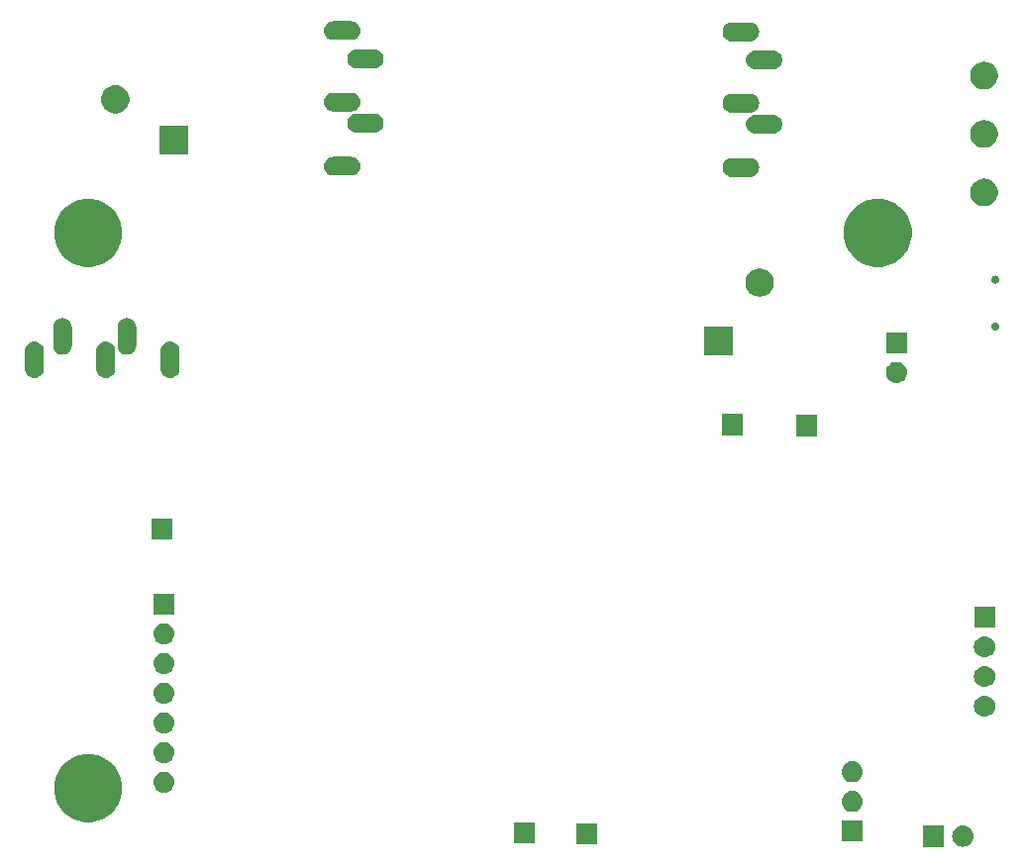
<source format=gbr>
G04 #@! TF.GenerationSoftware,KiCad,Pcbnew,(5.1.4)-1*
G04 #@! TF.CreationDate,2020-01-01T19:34:11-05:00*
G04 #@! TF.ProjectId,Board,426f6172-642e-46b6-9963-61645f706362,rev?*
G04 #@! TF.SameCoordinates,Original*
G04 #@! TF.FileFunction,Soldermask,Bot*
G04 #@! TF.FilePolarity,Negative*
%FSLAX46Y46*%
G04 Gerber Fmt 4.6, Leading zero omitted, Abs format (unit mm)*
G04 Created by KiCad (PCBNEW (5.1.4)-1) date 2020-01-01 19:34:11*
%MOMM*%
%LPD*%
G04 APERTURE LIST*
%ADD10C,0.100000*%
G04 APERTURE END LIST*
D10*
G36*
X142380442Y-140715518D02*
G01*
X142446627Y-140722037D01*
X142616466Y-140773557D01*
X142772991Y-140857222D01*
X142808729Y-140886552D01*
X142910186Y-140969814D01*
X142993448Y-141071271D01*
X143022778Y-141107009D01*
X143106443Y-141263534D01*
X143157963Y-141433373D01*
X143175359Y-141610000D01*
X143157963Y-141786627D01*
X143106443Y-141956466D01*
X143022778Y-142112991D01*
X142993448Y-142148729D01*
X142910186Y-142250186D01*
X142808729Y-142333448D01*
X142772991Y-142362778D01*
X142616466Y-142446443D01*
X142446627Y-142497963D01*
X142380442Y-142504482D01*
X142314260Y-142511000D01*
X142225740Y-142511000D01*
X142159558Y-142504482D01*
X142093373Y-142497963D01*
X141923534Y-142446443D01*
X141767009Y-142362778D01*
X141731271Y-142333448D01*
X141629814Y-142250186D01*
X141546552Y-142148729D01*
X141517222Y-142112991D01*
X141433557Y-141956466D01*
X141382037Y-141786627D01*
X141364641Y-141610000D01*
X141382037Y-141433373D01*
X141433557Y-141263534D01*
X141517222Y-141107009D01*
X141546552Y-141071271D01*
X141629814Y-140969814D01*
X141731271Y-140886552D01*
X141767009Y-140857222D01*
X141923534Y-140773557D01*
X142093373Y-140722037D01*
X142159558Y-140715518D01*
X142225740Y-140709000D01*
X142314260Y-140709000D01*
X142380442Y-140715518D01*
X142380442Y-140715518D01*
G37*
G36*
X140631000Y-142511000D02*
G01*
X138829000Y-142511000D01*
X138829000Y-140709000D01*
X140631000Y-140709000D01*
X140631000Y-142511000D01*
X140631000Y-142511000D01*
G37*
G36*
X111031000Y-142291000D02*
G01*
X109229000Y-142291000D01*
X109229000Y-140489000D01*
X111031000Y-140489000D01*
X111031000Y-142291000D01*
X111031000Y-142291000D01*
G37*
G36*
X105701000Y-142251000D02*
G01*
X103899000Y-142251000D01*
X103899000Y-140449000D01*
X105701000Y-140449000D01*
X105701000Y-142251000D01*
X105701000Y-142251000D01*
G37*
G36*
X133721000Y-142081000D02*
G01*
X131919000Y-142081000D01*
X131919000Y-140279000D01*
X133721000Y-140279000D01*
X133721000Y-142081000D01*
X133721000Y-142081000D01*
G37*
G36*
X68346189Y-134710483D02*
G01*
X68346192Y-134710484D01*
X68346191Y-134710484D01*
X68874139Y-134929167D01*
X69349280Y-135246646D01*
X69753354Y-135650720D01*
X70053553Y-136100000D01*
X70070834Y-136125863D01*
X70289517Y-136653811D01*
X70401000Y-137214275D01*
X70401000Y-137785725D01*
X70289517Y-138346189D01*
X70094656Y-138816625D01*
X70070833Y-138874139D01*
X69753354Y-139349280D01*
X69349280Y-139753354D01*
X68874139Y-140070833D01*
X68874138Y-140070834D01*
X68874137Y-140070834D01*
X68346189Y-140289517D01*
X67785725Y-140401000D01*
X67214275Y-140401000D01*
X66653811Y-140289517D01*
X66125863Y-140070834D01*
X66125862Y-140070834D01*
X66125861Y-140070833D01*
X65650720Y-139753354D01*
X65246646Y-139349280D01*
X64929167Y-138874139D01*
X64905344Y-138816625D01*
X64710483Y-138346189D01*
X64599000Y-137785725D01*
X64599000Y-137214275D01*
X64710483Y-136653811D01*
X64929166Y-136125863D01*
X64946447Y-136100000D01*
X65246646Y-135650720D01*
X65650720Y-135246646D01*
X66125861Y-134929167D01*
X66653809Y-134710484D01*
X66653808Y-134710484D01*
X66653811Y-134710483D01*
X67214275Y-134599000D01*
X67785725Y-134599000D01*
X68346189Y-134710483D01*
X68346189Y-134710483D01*
G37*
G36*
X132930442Y-137745518D02*
G01*
X132996627Y-137752037D01*
X133166466Y-137803557D01*
X133322991Y-137887222D01*
X133358729Y-137916552D01*
X133460186Y-137999814D01*
X133543448Y-138101271D01*
X133572778Y-138137009D01*
X133656443Y-138293534D01*
X133707963Y-138463373D01*
X133725359Y-138640000D01*
X133707963Y-138816627D01*
X133656443Y-138986466D01*
X133572778Y-139142991D01*
X133543448Y-139178729D01*
X133460186Y-139280186D01*
X133375993Y-139349280D01*
X133322991Y-139392778D01*
X133166466Y-139476443D01*
X132996627Y-139527963D01*
X132930443Y-139534481D01*
X132864260Y-139541000D01*
X132775740Y-139541000D01*
X132709557Y-139534481D01*
X132643373Y-139527963D01*
X132473534Y-139476443D01*
X132317009Y-139392778D01*
X132264007Y-139349280D01*
X132179814Y-139280186D01*
X132096552Y-139178729D01*
X132067222Y-139142991D01*
X131983557Y-138986466D01*
X131932037Y-138816627D01*
X131914641Y-138640000D01*
X131932037Y-138463373D01*
X131983557Y-138293534D01*
X132067222Y-138137009D01*
X132096552Y-138101271D01*
X132179814Y-137999814D01*
X132281271Y-137916552D01*
X132317009Y-137887222D01*
X132473534Y-137803557D01*
X132643373Y-137752037D01*
X132709558Y-137745518D01*
X132775740Y-137739000D01*
X132864260Y-137739000D01*
X132930442Y-137745518D01*
X132930442Y-137745518D01*
G37*
G36*
X74080443Y-136085519D02*
G01*
X74146627Y-136092037D01*
X74316466Y-136143557D01*
X74472991Y-136227222D01*
X74508729Y-136256552D01*
X74610186Y-136339814D01*
X74693448Y-136441271D01*
X74722778Y-136477009D01*
X74806443Y-136633534D01*
X74857963Y-136803373D01*
X74875359Y-136980000D01*
X74857963Y-137156627D01*
X74806443Y-137326466D01*
X74722778Y-137482991D01*
X74693448Y-137518729D01*
X74610186Y-137620186D01*
X74508729Y-137703448D01*
X74472991Y-137732778D01*
X74316466Y-137816443D01*
X74146627Y-137867963D01*
X74080443Y-137874481D01*
X74014260Y-137881000D01*
X73925740Y-137881000D01*
X73859557Y-137874481D01*
X73793373Y-137867963D01*
X73623534Y-137816443D01*
X73467009Y-137732778D01*
X73431271Y-137703448D01*
X73329814Y-137620186D01*
X73246552Y-137518729D01*
X73217222Y-137482991D01*
X73133557Y-137326466D01*
X73082037Y-137156627D01*
X73064641Y-136980000D01*
X73082037Y-136803373D01*
X73133557Y-136633534D01*
X73217222Y-136477009D01*
X73246552Y-136441271D01*
X73329814Y-136339814D01*
X73431271Y-136256552D01*
X73467009Y-136227222D01*
X73623534Y-136143557D01*
X73793373Y-136092037D01*
X73859557Y-136085519D01*
X73925740Y-136079000D01*
X74014260Y-136079000D01*
X74080443Y-136085519D01*
X74080443Y-136085519D01*
G37*
G36*
X132930442Y-135205518D02*
G01*
X132996627Y-135212037D01*
X133166466Y-135263557D01*
X133322991Y-135347222D01*
X133358729Y-135376552D01*
X133460186Y-135459814D01*
X133543448Y-135561271D01*
X133572778Y-135597009D01*
X133656443Y-135753534D01*
X133707963Y-135923373D01*
X133725359Y-136100000D01*
X133707963Y-136276627D01*
X133656443Y-136446466D01*
X133572778Y-136602991D01*
X133547713Y-136633532D01*
X133460186Y-136740186D01*
X133358729Y-136823448D01*
X133322991Y-136852778D01*
X133166466Y-136936443D01*
X132996627Y-136987963D01*
X132930443Y-136994481D01*
X132864260Y-137001000D01*
X132775740Y-137001000D01*
X132709557Y-136994481D01*
X132643373Y-136987963D01*
X132473534Y-136936443D01*
X132317009Y-136852778D01*
X132281271Y-136823448D01*
X132179814Y-136740186D01*
X132092287Y-136633532D01*
X132067222Y-136602991D01*
X131983557Y-136446466D01*
X131932037Y-136276627D01*
X131914641Y-136100000D01*
X131932037Y-135923373D01*
X131983557Y-135753534D01*
X132067222Y-135597009D01*
X132096552Y-135561271D01*
X132179814Y-135459814D01*
X132281271Y-135376552D01*
X132317009Y-135347222D01*
X132473534Y-135263557D01*
X132643373Y-135212037D01*
X132709558Y-135205518D01*
X132775740Y-135199000D01*
X132864260Y-135199000D01*
X132930442Y-135205518D01*
X132930442Y-135205518D01*
G37*
G36*
X74080442Y-133545518D02*
G01*
X74146627Y-133552037D01*
X74316466Y-133603557D01*
X74472991Y-133687222D01*
X74508729Y-133716552D01*
X74610186Y-133799814D01*
X74693448Y-133901271D01*
X74722778Y-133937009D01*
X74806443Y-134093534D01*
X74857963Y-134263373D01*
X74875359Y-134440000D01*
X74857963Y-134616627D01*
X74806443Y-134786466D01*
X74722778Y-134942991D01*
X74693448Y-134978729D01*
X74610186Y-135080186D01*
X74508729Y-135163448D01*
X74472991Y-135192778D01*
X74316466Y-135276443D01*
X74146627Y-135327963D01*
X74080443Y-135334481D01*
X74014260Y-135341000D01*
X73925740Y-135341000D01*
X73859557Y-135334481D01*
X73793373Y-135327963D01*
X73623534Y-135276443D01*
X73467009Y-135192778D01*
X73431271Y-135163448D01*
X73329814Y-135080186D01*
X73246552Y-134978729D01*
X73217222Y-134942991D01*
X73133557Y-134786466D01*
X73082037Y-134616627D01*
X73064641Y-134440000D01*
X73082037Y-134263373D01*
X73133557Y-134093534D01*
X73217222Y-133937009D01*
X73246552Y-133901271D01*
X73329814Y-133799814D01*
X73431271Y-133716552D01*
X73467009Y-133687222D01*
X73623534Y-133603557D01*
X73793373Y-133552037D01*
X73859558Y-133545518D01*
X73925740Y-133539000D01*
X74014260Y-133539000D01*
X74080442Y-133545518D01*
X74080442Y-133545518D01*
G37*
G36*
X74080442Y-131005518D02*
G01*
X74146627Y-131012037D01*
X74316466Y-131063557D01*
X74472991Y-131147222D01*
X74508729Y-131176552D01*
X74610186Y-131259814D01*
X74693448Y-131361271D01*
X74722778Y-131397009D01*
X74806443Y-131553534D01*
X74857963Y-131723373D01*
X74875359Y-131900000D01*
X74857963Y-132076627D01*
X74806443Y-132246466D01*
X74722778Y-132402991D01*
X74693448Y-132438729D01*
X74610186Y-132540186D01*
X74508729Y-132623448D01*
X74472991Y-132652778D01*
X74316466Y-132736443D01*
X74146627Y-132787963D01*
X74080442Y-132794482D01*
X74014260Y-132801000D01*
X73925740Y-132801000D01*
X73859558Y-132794482D01*
X73793373Y-132787963D01*
X73623534Y-132736443D01*
X73467009Y-132652778D01*
X73431271Y-132623448D01*
X73329814Y-132540186D01*
X73246552Y-132438729D01*
X73217222Y-132402991D01*
X73133557Y-132246466D01*
X73082037Y-132076627D01*
X73064641Y-131900000D01*
X73082037Y-131723373D01*
X73133557Y-131553534D01*
X73217222Y-131397009D01*
X73246552Y-131361271D01*
X73329814Y-131259814D01*
X73431271Y-131176552D01*
X73467009Y-131147222D01*
X73623534Y-131063557D01*
X73793373Y-131012037D01*
X73859558Y-131005518D01*
X73925740Y-130999000D01*
X74014260Y-130999000D01*
X74080442Y-131005518D01*
X74080442Y-131005518D01*
G37*
G36*
X144240442Y-129585518D02*
G01*
X144306627Y-129592037D01*
X144476466Y-129643557D01*
X144632991Y-129727222D01*
X144668729Y-129756552D01*
X144770186Y-129839814D01*
X144853448Y-129941271D01*
X144882778Y-129977009D01*
X144966443Y-130133534D01*
X145017963Y-130303373D01*
X145035359Y-130480000D01*
X145017963Y-130656627D01*
X144966443Y-130826466D01*
X144882778Y-130982991D01*
X144858940Y-131012037D01*
X144770186Y-131120186D01*
X144668729Y-131203448D01*
X144632991Y-131232778D01*
X144476466Y-131316443D01*
X144306627Y-131367963D01*
X144240442Y-131374482D01*
X144174260Y-131381000D01*
X144085740Y-131381000D01*
X144019558Y-131374482D01*
X143953373Y-131367963D01*
X143783534Y-131316443D01*
X143627009Y-131232778D01*
X143591271Y-131203448D01*
X143489814Y-131120186D01*
X143401060Y-131012037D01*
X143377222Y-130982991D01*
X143293557Y-130826466D01*
X143242037Y-130656627D01*
X143224641Y-130480000D01*
X143242037Y-130303373D01*
X143293557Y-130133534D01*
X143377222Y-129977009D01*
X143406552Y-129941271D01*
X143489814Y-129839814D01*
X143591271Y-129756552D01*
X143627009Y-129727222D01*
X143783534Y-129643557D01*
X143953373Y-129592037D01*
X144019558Y-129585518D01*
X144085740Y-129579000D01*
X144174260Y-129579000D01*
X144240442Y-129585518D01*
X144240442Y-129585518D01*
G37*
G36*
X74080443Y-128465519D02*
G01*
X74146627Y-128472037D01*
X74316466Y-128523557D01*
X74472991Y-128607222D01*
X74508729Y-128636552D01*
X74610186Y-128719814D01*
X74693448Y-128821271D01*
X74722778Y-128857009D01*
X74806443Y-129013534D01*
X74857963Y-129183373D01*
X74875359Y-129360000D01*
X74857963Y-129536627D01*
X74806443Y-129706466D01*
X74722778Y-129862991D01*
X74693448Y-129898729D01*
X74610186Y-130000186D01*
X74508729Y-130083448D01*
X74472991Y-130112778D01*
X74316466Y-130196443D01*
X74146627Y-130247963D01*
X74080442Y-130254482D01*
X74014260Y-130261000D01*
X73925740Y-130261000D01*
X73859558Y-130254482D01*
X73793373Y-130247963D01*
X73623534Y-130196443D01*
X73467009Y-130112778D01*
X73431271Y-130083448D01*
X73329814Y-130000186D01*
X73246552Y-129898729D01*
X73217222Y-129862991D01*
X73133557Y-129706466D01*
X73082037Y-129536627D01*
X73064641Y-129360000D01*
X73082037Y-129183373D01*
X73133557Y-129013534D01*
X73217222Y-128857009D01*
X73246552Y-128821271D01*
X73329814Y-128719814D01*
X73431271Y-128636552D01*
X73467009Y-128607222D01*
X73623534Y-128523557D01*
X73793373Y-128472037D01*
X73859557Y-128465519D01*
X73925740Y-128459000D01*
X74014260Y-128459000D01*
X74080443Y-128465519D01*
X74080443Y-128465519D01*
G37*
G36*
X144240443Y-127045519D02*
G01*
X144306627Y-127052037D01*
X144476466Y-127103557D01*
X144632991Y-127187222D01*
X144668729Y-127216552D01*
X144770186Y-127299814D01*
X144853448Y-127401271D01*
X144882778Y-127437009D01*
X144966443Y-127593534D01*
X145017963Y-127763373D01*
X145035359Y-127940000D01*
X145017963Y-128116627D01*
X144966443Y-128286466D01*
X144882778Y-128442991D01*
X144858940Y-128472037D01*
X144770186Y-128580186D01*
X144668729Y-128663448D01*
X144632991Y-128692778D01*
X144476466Y-128776443D01*
X144306627Y-128827963D01*
X144240442Y-128834482D01*
X144174260Y-128841000D01*
X144085740Y-128841000D01*
X144019558Y-128834482D01*
X143953373Y-128827963D01*
X143783534Y-128776443D01*
X143627009Y-128692778D01*
X143591271Y-128663448D01*
X143489814Y-128580186D01*
X143401060Y-128472037D01*
X143377222Y-128442991D01*
X143293557Y-128286466D01*
X143242037Y-128116627D01*
X143224641Y-127940000D01*
X143242037Y-127763373D01*
X143293557Y-127593534D01*
X143377222Y-127437009D01*
X143406552Y-127401271D01*
X143489814Y-127299814D01*
X143591271Y-127216552D01*
X143627009Y-127187222D01*
X143783534Y-127103557D01*
X143953373Y-127052037D01*
X144019557Y-127045519D01*
X144085740Y-127039000D01*
X144174260Y-127039000D01*
X144240443Y-127045519D01*
X144240443Y-127045519D01*
G37*
G36*
X74080443Y-125925519D02*
G01*
X74146627Y-125932037D01*
X74316466Y-125983557D01*
X74472991Y-126067222D01*
X74508729Y-126096552D01*
X74610186Y-126179814D01*
X74693448Y-126281271D01*
X74722778Y-126317009D01*
X74806443Y-126473534D01*
X74857963Y-126643373D01*
X74875359Y-126820000D01*
X74857963Y-126996627D01*
X74806443Y-127166466D01*
X74722778Y-127322991D01*
X74693448Y-127358729D01*
X74610186Y-127460186D01*
X74508729Y-127543448D01*
X74472991Y-127572778D01*
X74316466Y-127656443D01*
X74146627Y-127707963D01*
X74080443Y-127714481D01*
X74014260Y-127721000D01*
X73925740Y-127721000D01*
X73859557Y-127714481D01*
X73793373Y-127707963D01*
X73623534Y-127656443D01*
X73467009Y-127572778D01*
X73431271Y-127543448D01*
X73329814Y-127460186D01*
X73246552Y-127358729D01*
X73217222Y-127322991D01*
X73133557Y-127166466D01*
X73082037Y-126996627D01*
X73064641Y-126820000D01*
X73082037Y-126643373D01*
X73133557Y-126473534D01*
X73217222Y-126317009D01*
X73246552Y-126281271D01*
X73329814Y-126179814D01*
X73431271Y-126096552D01*
X73467009Y-126067222D01*
X73623534Y-125983557D01*
X73793373Y-125932037D01*
X73859557Y-125925519D01*
X73925740Y-125919000D01*
X74014260Y-125919000D01*
X74080443Y-125925519D01*
X74080443Y-125925519D01*
G37*
G36*
X144240443Y-124505519D02*
G01*
X144306627Y-124512037D01*
X144476466Y-124563557D01*
X144632991Y-124647222D01*
X144668729Y-124676552D01*
X144770186Y-124759814D01*
X144853448Y-124861271D01*
X144882778Y-124897009D01*
X144966443Y-125053534D01*
X145017963Y-125223373D01*
X145035359Y-125400000D01*
X145017963Y-125576627D01*
X144966443Y-125746466D01*
X144882778Y-125902991D01*
X144858940Y-125932037D01*
X144770186Y-126040186D01*
X144668729Y-126123448D01*
X144632991Y-126152778D01*
X144476466Y-126236443D01*
X144306627Y-126287963D01*
X144240443Y-126294481D01*
X144174260Y-126301000D01*
X144085740Y-126301000D01*
X144019557Y-126294481D01*
X143953373Y-126287963D01*
X143783534Y-126236443D01*
X143627009Y-126152778D01*
X143591271Y-126123448D01*
X143489814Y-126040186D01*
X143401060Y-125932037D01*
X143377222Y-125902991D01*
X143293557Y-125746466D01*
X143242037Y-125576627D01*
X143224641Y-125400000D01*
X143242037Y-125223373D01*
X143293557Y-125053534D01*
X143377222Y-124897009D01*
X143406552Y-124861271D01*
X143489814Y-124759814D01*
X143591271Y-124676552D01*
X143627009Y-124647222D01*
X143783534Y-124563557D01*
X143953373Y-124512037D01*
X144019557Y-124505519D01*
X144085740Y-124499000D01*
X144174260Y-124499000D01*
X144240443Y-124505519D01*
X144240443Y-124505519D01*
G37*
G36*
X74080442Y-123385518D02*
G01*
X74146627Y-123392037D01*
X74316466Y-123443557D01*
X74472991Y-123527222D01*
X74508729Y-123556552D01*
X74610186Y-123639814D01*
X74693448Y-123741271D01*
X74722778Y-123777009D01*
X74806443Y-123933534D01*
X74857963Y-124103373D01*
X74875359Y-124280000D01*
X74857963Y-124456627D01*
X74806443Y-124626466D01*
X74722778Y-124782991D01*
X74693448Y-124818729D01*
X74610186Y-124920186D01*
X74508729Y-125003448D01*
X74472991Y-125032778D01*
X74316466Y-125116443D01*
X74146627Y-125167963D01*
X74080443Y-125174481D01*
X74014260Y-125181000D01*
X73925740Y-125181000D01*
X73859557Y-125174481D01*
X73793373Y-125167963D01*
X73623534Y-125116443D01*
X73467009Y-125032778D01*
X73431271Y-125003448D01*
X73329814Y-124920186D01*
X73246552Y-124818729D01*
X73217222Y-124782991D01*
X73133557Y-124626466D01*
X73082037Y-124456627D01*
X73064641Y-124280000D01*
X73082037Y-124103373D01*
X73133557Y-123933534D01*
X73217222Y-123777009D01*
X73246552Y-123741271D01*
X73329814Y-123639814D01*
X73431271Y-123556552D01*
X73467009Y-123527222D01*
X73623534Y-123443557D01*
X73793373Y-123392037D01*
X73859558Y-123385518D01*
X73925740Y-123379000D01*
X74014260Y-123379000D01*
X74080442Y-123385518D01*
X74080442Y-123385518D01*
G37*
G36*
X145031000Y-123761000D02*
G01*
X143229000Y-123761000D01*
X143229000Y-121959000D01*
X145031000Y-121959000D01*
X145031000Y-123761000D01*
X145031000Y-123761000D01*
G37*
G36*
X74871000Y-122641000D02*
G01*
X73069000Y-122641000D01*
X73069000Y-120839000D01*
X74871000Y-120839000D01*
X74871000Y-122641000D01*
X74871000Y-122641000D01*
G37*
G36*
X74731000Y-116251000D02*
G01*
X72929000Y-116251000D01*
X72929000Y-114449000D01*
X74731000Y-114449000D01*
X74731000Y-116251000D01*
X74731000Y-116251000D01*
G37*
G36*
X129831000Y-107381000D02*
G01*
X128029000Y-107381000D01*
X128029000Y-105579000D01*
X129831000Y-105579000D01*
X129831000Y-107381000D01*
X129831000Y-107381000D01*
G37*
G36*
X123501000Y-107301000D02*
G01*
X121699000Y-107301000D01*
X121699000Y-105499000D01*
X123501000Y-105499000D01*
X123501000Y-107301000D01*
X123501000Y-107301000D01*
G37*
G36*
X136710443Y-101045519D02*
G01*
X136776627Y-101052037D01*
X136946466Y-101103557D01*
X137102991Y-101187222D01*
X137138729Y-101216552D01*
X137240186Y-101299814D01*
X137323448Y-101401271D01*
X137352778Y-101437009D01*
X137436443Y-101593534D01*
X137487963Y-101763373D01*
X137505359Y-101940000D01*
X137487963Y-102116627D01*
X137436443Y-102286466D01*
X137352778Y-102442991D01*
X137323448Y-102478729D01*
X137240186Y-102580186D01*
X137138729Y-102663448D01*
X137102991Y-102692778D01*
X136946466Y-102776443D01*
X136776627Y-102827963D01*
X136710442Y-102834482D01*
X136644260Y-102841000D01*
X136555740Y-102841000D01*
X136489557Y-102834481D01*
X136423373Y-102827963D01*
X136253534Y-102776443D01*
X136097009Y-102692778D01*
X136061271Y-102663448D01*
X135959814Y-102580186D01*
X135876552Y-102478729D01*
X135847222Y-102442991D01*
X135763557Y-102286466D01*
X135712037Y-102116627D01*
X135694641Y-101940000D01*
X135712037Y-101763373D01*
X135763557Y-101593534D01*
X135847222Y-101437009D01*
X135876552Y-101401271D01*
X135959814Y-101299814D01*
X136061271Y-101216552D01*
X136097009Y-101187222D01*
X136253534Y-101103557D01*
X136423373Y-101052037D01*
X136489557Y-101045519D01*
X136555740Y-101039000D01*
X136644260Y-101039000D01*
X136710443Y-101045519D01*
X136710443Y-101045519D01*
G37*
G36*
X74657807Y-99302648D02*
G01*
X74809550Y-99348678D01*
X74949397Y-99423428D01*
X75071975Y-99524025D01*
X75172572Y-99646602D01*
X75247322Y-99786449D01*
X75293352Y-99938192D01*
X75305000Y-100056454D01*
X75305000Y-101643546D01*
X75293352Y-101761808D01*
X75247322Y-101913551D01*
X75172572Y-102053398D01*
X75071975Y-102175975D01*
X74949398Y-102276572D01*
X74809551Y-102351322D01*
X74657808Y-102397352D01*
X74500000Y-102412895D01*
X74342193Y-102397352D01*
X74190450Y-102351322D01*
X74050603Y-102276572D01*
X73928026Y-102175975D01*
X73827429Y-102053398D01*
X73752679Y-101913551D01*
X73706649Y-101761808D01*
X73695001Y-101643546D01*
X73695000Y-100056455D01*
X73706648Y-99938193D01*
X73752678Y-99786450D01*
X73827428Y-99646603D01*
X73928025Y-99524025D01*
X74050602Y-99423428D01*
X74190449Y-99348678D01*
X74342192Y-99302648D01*
X74500000Y-99287105D01*
X74657807Y-99302648D01*
X74657807Y-99302648D01*
G37*
G36*
X63057807Y-99302648D02*
G01*
X63209550Y-99348678D01*
X63349397Y-99423428D01*
X63471975Y-99524025D01*
X63572572Y-99646602D01*
X63647322Y-99786449D01*
X63693352Y-99938192D01*
X63705000Y-100056454D01*
X63705000Y-101643546D01*
X63693352Y-101761808D01*
X63647322Y-101913551D01*
X63572572Y-102053398D01*
X63471975Y-102175975D01*
X63349398Y-102276572D01*
X63209551Y-102351322D01*
X63057808Y-102397352D01*
X62900000Y-102412895D01*
X62742193Y-102397352D01*
X62590450Y-102351322D01*
X62450603Y-102276572D01*
X62328026Y-102175975D01*
X62227429Y-102053398D01*
X62152679Y-101913551D01*
X62106649Y-101761808D01*
X62095001Y-101643546D01*
X62095000Y-100056455D01*
X62106648Y-99938193D01*
X62152678Y-99786450D01*
X62227428Y-99646603D01*
X62328025Y-99524025D01*
X62450602Y-99423428D01*
X62590449Y-99348678D01*
X62742192Y-99302648D01*
X62900000Y-99287105D01*
X63057807Y-99302648D01*
X63057807Y-99302648D01*
G37*
G36*
X69157807Y-99302648D02*
G01*
X69309550Y-99348678D01*
X69449397Y-99423428D01*
X69571975Y-99524025D01*
X69672572Y-99646602D01*
X69747322Y-99786449D01*
X69793352Y-99938192D01*
X69805000Y-100056454D01*
X69805000Y-101643546D01*
X69793352Y-101761808D01*
X69747322Y-101913551D01*
X69672572Y-102053398D01*
X69571975Y-102175975D01*
X69449398Y-102276572D01*
X69309551Y-102351322D01*
X69157808Y-102397352D01*
X69000000Y-102412895D01*
X68842193Y-102397352D01*
X68690450Y-102351322D01*
X68550603Y-102276572D01*
X68428026Y-102175975D01*
X68327429Y-102053398D01*
X68252679Y-101913551D01*
X68206649Y-101761808D01*
X68195001Y-101643546D01*
X68195000Y-100056455D01*
X68206648Y-99938193D01*
X68252678Y-99786450D01*
X68327428Y-99646603D01*
X68428025Y-99524025D01*
X68550602Y-99423428D01*
X68690449Y-99348678D01*
X68842192Y-99302648D01*
X69000000Y-99287105D01*
X69157807Y-99302648D01*
X69157807Y-99302648D01*
G37*
G36*
X122613500Y-100463500D02*
G01*
X120186500Y-100463500D01*
X120186500Y-98036500D01*
X122613500Y-98036500D01*
X122613500Y-100463500D01*
X122613500Y-100463500D01*
G37*
G36*
X65457807Y-97302648D02*
G01*
X65609550Y-97348678D01*
X65749397Y-97423428D01*
X65871975Y-97524025D01*
X65972572Y-97646602D01*
X66047322Y-97786449D01*
X66093352Y-97938192D01*
X66105000Y-98056454D01*
X66105000Y-99643546D01*
X66093352Y-99761808D01*
X66047322Y-99913551D01*
X65972572Y-100053398D01*
X65871975Y-100175975D01*
X65749398Y-100276572D01*
X65609551Y-100351322D01*
X65457808Y-100397352D01*
X65300000Y-100412895D01*
X65142193Y-100397352D01*
X64990450Y-100351322D01*
X64850603Y-100276572D01*
X64728026Y-100175975D01*
X64627429Y-100053398D01*
X64552679Y-99913551D01*
X64506649Y-99761808D01*
X64495001Y-99643546D01*
X64495000Y-98056455D01*
X64506648Y-97938193D01*
X64552678Y-97786450D01*
X64627428Y-97646603D01*
X64728025Y-97524025D01*
X64850602Y-97423428D01*
X64990449Y-97348678D01*
X65142192Y-97302648D01*
X65300000Y-97287105D01*
X65457807Y-97302648D01*
X65457807Y-97302648D01*
G37*
G36*
X70957807Y-97302648D02*
G01*
X71109550Y-97348678D01*
X71249397Y-97423428D01*
X71371975Y-97524025D01*
X71472572Y-97646602D01*
X71547322Y-97786449D01*
X71593352Y-97938192D01*
X71605000Y-98056454D01*
X71605000Y-99643546D01*
X71593352Y-99761808D01*
X71547322Y-99913551D01*
X71472572Y-100053398D01*
X71371975Y-100175975D01*
X71249398Y-100276572D01*
X71109551Y-100351322D01*
X70957808Y-100397352D01*
X70800000Y-100412895D01*
X70642193Y-100397352D01*
X70490450Y-100351322D01*
X70350603Y-100276572D01*
X70228026Y-100175975D01*
X70127429Y-100053398D01*
X70052679Y-99913551D01*
X70006649Y-99761808D01*
X69995001Y-99643546D01*
X69995000Y-98056455D01*
X70006648Y-97938193D01*
X70052678Y-97786450D01*
X70127428Y-97646603D01*
X70228025Y-97524025D01*
X70350602Y-97423428D01*
X70490449Y-97348678D01*
X70642192Y-97302648D01*
X70800000Y-97287105D01*
X70957807Y-97302648D01*
X70957807Y-97302648D01*
G37*
G36*
X137501000Y-100301000D02*
G01*
X135699000Y-100301000D01*
X135699000Y-98499000D01*
X137501000Y-98499000D01*
X137501000Y-100301000D01*
X137501000Y-100301000D01*
G37*
G36*
X145162383Y-97662489D02*
G01*
X145162386Y-97662490D01*
X145162385Y-97662490D01*
X145226258Y-97688946D01*
X145283748Y-97727360D01*
X145332640Y-97776252D01*
X145371054Y-97833742D01*
X145392624Y-97885818D01*
X145397511Y-97897617D01*
X145411000Y-97965430D01*
X145411000Y-98034570D01*
X145397511Y-98102383D01*
X145397510Y-98102385D01*
X145371054Y-98166258D01*
X145332640Y-98223748D01*
X145283748Y-98272640D01*
X145226258Y-98311054D01*
X145174182Y-98332624D01*
X145162383Y-98337511D01*
X145094570Y-98351000D01*
X145025430Y-98351000D01*
X144957617Y-98337511D01*
X144945818Y-98332624D01*
X144893742Y-98311054D01*
X144836252Y-98272640D01*
X144787360Y-98223748D01*
X144748946Y-98166258D01*
X144722490Y-98102385D01*
X144722489Y-98102383D01*
X144709000Y-98034570D01*
X144709000Y-97965430D01*
X144722489Y-97897617D01*
X144727376Y-97885818D01*
X144748946Y-97833742D01*
X144787360Y-97776252D01*
X144836252Y-97727360D01*
X144893742Y-97688946D01*
X144957615Y-97662490D01*
X144957614Y-97662490D01*
X144957617Y-97662489D01*
X145025430Y-97649000D01*
X145094570Y-97649000D01*
X145162383Y-97662489D01*
X145162383Y-97662489D01*
G37*
G36*
X125175816Y-93067589D02*
G01*
X125253965Y-93083134D01*
X125474808Y-93174610D01*
X125673561Y-93307413D01*
X125842587Y-93476439D01*
X125975390Y-93675192D01*
X126066866Y-93896035D01*
X126080669Y-93965430D01*
X126107912Y-94102385D01*
X126113500Y-94130481D01*
X126113500Y-94369519D01*
X126066866Y-94603965D01*
X125975390Y-94824808D01*
X125842587Y-95023561D01*
X125673561Y-95192587D01*
X125474808Y-95325390D01*
X125253965Y-95416866D01*
X125175816Y-95432411D01*
X125019521Y-95463500D01*
X124780479Y-95463500D01*
X124624184Y-95432411D01*
X124546035Y-95416866D01*
X124325192Y-95325390D01*
X124126439Y-95192587D01*
X123957413Y-95023561D01*
X123824610Y-94824808D01*
X123733134Y-94603965D01*
X123686500Y-94369519D01*
X123686500Y-94130481D01*
X123692089Y-94102385D01*
X123719331Y-93965430D01*
X123733134Y-93896035D01*
X123824610Y-93675192D01*
X123957413Y-93476439D01*
X124126439Y-93307413D01*
X124325192Y-93174610D01*
X124546035Y-93083134D01*
X124624184Y-93067589D01*
X124780479Y-93036500D01*
X125019521Y-93036500D01*
X125175816Y-93067589D01*
X125175816Y-93067589D01*
G37*
G36*
X145162383Y-93662489D02*
G01*
X145162386Y-93662490D01*
X145162385Y-93662490D01*
X145226258Y-93688946D01*
X145283748Y-93727360D01*
X145332640Y-93776252D01*
X145371054Y-93833742D01*
X145392624Y-93885818D01*
X145397511Y-93897617D01*
X145411000Y-93965430D01*
X145411000Y-94034570D01*
X145397511Y-94102383D01*
X145397510Y-94102385D01*
X145371054Y-94166258D01*
X145332640Y-94223748D01*
X145283748Y-94272640D01*
X145226258Y-94311054D01*
X145174182Y-94332624D01*
X145162383Y-94337511D01*
X145094570Y-94351000D01*
X145025430Y-94351000D01*
X144957617Y-94337511D01*
X144945818Y-94332624D01*
X144893742Y-94311054D01*
X144836252Y-94272640D01*
X144787360Y-94223748D01*
X144748946Y-94166258D01*
X144722490Y-94102385D01*
X144722489Y-94102383D01*
X144709000Y-94034570D01*
X144709000Y-93965430D01*
X144722489Y-93897617D01*
X144727376Y-93885818D01*
X144748946Y-93833742D01*
X144787360Y-93776252D01*
X144836252Y-93727360D01*
X144893742Y-93688946D01*
X144957615Y-93662490D01*
X144957614Y-93662490D01*
X144957617Y-93662489D01*
X145025430Y-93649000D01*
X145094570Y-93649000D01*
X145162383Y-93662489D01*
X145162383Y-93662489D01*
G37*
G36*
X68346189Y-87210483D02*
G01*
X68874137Y-87429166D01*
X68874139Y-87429167D01*
X69349280Y-87746646D01*
X69753354Y-88150720D01*
X70070833Y-88625861D01*
X70070834Y-88625863D01*
X70289517Y-89153811D01*
X70401000Y-89714275D01*
X70401000Y-90285725D01*
X70289517Y-90846189D01*
X70289516Y-90846191D01*
X70070833Y-91374139D01*
X69753354Y-91849280D01*
X69349280Y-92253354D01*
X68874139Y-92570833D01*
X68874138Y-92570834D01*
X68874137Y-92570834D01*
X68346189Y-92789517D01*
X67785725Y-92901000D01*
X67214275Y-92901000D01*
X66653811Y-92789517D01*
X66125863Y-92570834D01*
X66125862Y-92570834D01*
X66125861Y-92570833D01*
X65650720Y-92253354D01*
X65246646Y-91849280D01*
X64929167Y-91374139D01*
X64710484Y-90846191D01*
X64710483Y-90846189D01*
X64599000Y-90285725D01*
X64599000Y-89714275D01*
X64710483Y-89153811D01*
X64929166Y-88625863D01*
X64929167Y-88625861D01*
X65246646Y-88150720D01*
X65650720Y-87746646D01*
X66125861Y-87429167D01*
X66125863Y-87429166D01*
X66653811Y-87210483D01*
X67214275Y-87099000D01*
X67785725Y-87099000D01*
X68346189Y-87210483D01*
X68346189Y-87210483D01*
G37*
G36*
X135846189Y-87210483D02*
G01*
X136374137Y-87429166D01*
X136374139Y-87429167D01*
X136849280Y-87746646D01*
X137253354Y-88150720D01*
X137570833Y-88625861D01*
X137570834Y-88625863D01*
X137789517Y-89153811D01*
X137901000Y-89714275D01*
X137901000Y-90285725D01*
X137789517Y-90846189D01*
X137789516Y-90846191D01*
X137570833Y-91374139D01*
X137253354Y-91849280D01*
X136849280Y-92253354D01*
X136374139Y-92570833D01*
X136374138Y-92570834D01*
X136374137Y-92570834D01*
X135846189Y-92789517D01*
X135285725Y-92901000D01*
X134714275Y-92901000D01*
X134153811Y-92789517D01*
X133625863Y-92570834D01*
X133625862Y-92570834D01*
X133625861Y-92570833D01*
X133150720Y-92253354D01*
X132746646Y-91849280D01*
X132429167Y-91374139D01*
X132210484Y-90846191D01*
X132210483Y-90846189D01*
X132099000Y-90285725D01*
X132099000Y-89714275D01*
X132210483Y-89153811D01*
X132429166Y-88625863D01*
X132429167Y-88625861D01*
X132746646Y-88150720D01*
X133150720Y-87746646D01*
X133625861Y-87429167D01*
X133625863Y-87429166D01*
X134153811Y-87210483D01*
X134714275Y-87099000D01*
X135285725Y-87099000D01*
X135846189Y-87210483D01*
X135846189Y-87210483D01*
G37*
G36*
X144281560Y-85369064D02*
G01*
X144433027Y-85399193D01*
X144647045Y-85487842D01*
X144647046Y-85487843D01*
X144839654Y-85616539D01*
X145003461Y-85780346D01*
X145089258Y-85908751D01*
X145132158Y-85972955D01*
X145220807Y-86186973D01*
X145266000Y-86414174D01*
X145266000Y-86645826D01*
X145220807Y-86873027D01*
X145132158Y-87087045D01*
X145132157Y-87087046D01*
X145003461Y-87279654D01*
X144839654Y-87443461D01*
X144711249Y-87529258D01*
X144647045Y-87572158D01*
X144433027Y-87660807D01*
X144281560Y-87690936D01*
X144205827Y-87706000D01*
X143974173Y-87706000D01*
X143898440Y-87690936D01*
X143746973Y-87660807D01*
X143532955Y-87572158D01*
X143468751Y-87529258D01*
X143340346Y-87443461D01*
X143176539Y-87279654D01*
X143047843Y-87087046D01*
X143047842Y-87087045D01*
X142959193Y-86873027D01*
X142914000Y-86645826D01*
X142914000Y-86414174D01*
X142959193Y-86186973D01*
X143047842Y-85972955D01*
X143090742Y-85908751D01*
X143176539Y-85780346D01*
X143340346Y-85616539D01*
X143532954Y-85487843D01*
X143532955Y-85487842D01*
X143746973Y-85399193D01*
X143898440Y-85369064D01*
X143974173Y-85354000D01*
X144205827Y-85354000D01*
X144281560Y-85369064D01*
X144281560Y-85369064D01*
G37*
G36*
X124211808Y-83606648D02*
G01*
X124363551Y-83652678D01*
X124503398Y-83727428D01*
X124625975Y-83828025D01*
X124726572Y-83950602D01*
X124801322Y-84090449D01*
X124847352Y-84242192D01*
X124862895Y-84400000D01*
X124847352Y-84557808D01*
X124801322Y-84709551D01*
X124726572Y-84849398D01*
X124625975Y-84971975D01*
X124503398Y-85072572D01*
X124363551Y-85147322D01*
X124211808Y-85193352D01*
X124093546Y-85205000D01*
X122506454Y-85205000D01*
X122388192Y-85193352D01*
X122236449Y-85147322D01*
X122096602Y-85072572D01*
X121974025Y-84971975D01*
X121873428Y-84849398D01*
X121798678Y-84709551D01*
X121752648Y-84557808D01*
X121737105Y-84400000D01*
X121752648Y-84242192D01*
X121798678Y-84090449D01*
X121873428Y-83950602D01*
X121974025Y-83828025D01*
X122096602Y-83727428D01*
X122236449Y-83652678D01*
X122388192Y-83606648D01*
X122506454Y-83595000D01*
X124093546Y-83595000D01*
X124211808Y-83606648D01*
X124211808Y-83606648D01*
G37*
G36*
X90111808Y-83506648D02*
G01*
X90263551Y-83552678D01*
X90403398Y-83627428D01*
X90525975Y-83728025D01*
X90626572Y-83850602D01*
X90701322Y-83990449D01*
X90747352Y-84142192D01*
X90762895Y-84300000D01*
X90747352Y-84457808D01*
X90701322Y-84609551D01*
X90626572Y-84749398D01*
X90525975Y-84871975D01*
X90403398Y-84972572D01*
X90263551Y-85047322D01*
X90111808Y-85093352D01*
X89993546Y-85105000D01*
X88406454Y-85105000D01*
X88288192Y-85093352D01*
X88136449Y-85047322D01*
X87996602Y-84972572D01*
X87874025Y-84871975D01*
X87773428Y-84749398D01*
X87698678Y-84609551D01*
X87652648Y-84457808D01*
X87637105Y-84300000D01*
X87652648Y-84142192D01*
X87698678Y-83990449D01*
X87773428Y-83850602D01*
X87874025Y-83728025D01*
X87996602Y-83627428D01*
X88136449Y-83552678D01*
X88288192Y-83506648D01*
X88406454Y-83495000D01*
X89993546Y-83495000D01*
X90111808Y-83506648D01*
X90111808Y-83506648D01*
G37*
G36*
X76023500Y-83283500D02*
G01*
X73596500Y-83283500D01*
X73596500Y-80856500D01*
X76023500Y-80856500D01*
X76023500Y-83283500D01*
X76023500Y-83283500D01*
G37*
G36*
X144281560Y-80369064D02*
G01*
X144433027Y-80399193D01*
X144647045Y-80487842D01*
X144647046Y-80487843D01*
X144839654Y-80616539D01*
X145003461Y-80780346D01*
X145054345Y-80856500D01*
X145132158Y-80972955D01*
X145220807Y-81186973D01*
X145266000Y-81414174D01*
X145266000Y-81645826D01*
X145220807Y-81873027D01*
X145132158Y-82087045D01*
X145132157Y-82087046D01*
X145003461Y-82279654D01*
X144839654Y-82443461D01*
X144711249Y-82529258D01*
X144647045Y-82572158D01*
X144433027Y-82660807D01*
X144281560Y-82690936D01*
X144205827Y-82706000D01*
X143974173Y-82706000D01*
X143898440Y-82690936D01*
X143746973Y-82660807D01*
X143532955Y-82572158D01*
X143468751Y-82529258D01*
X143340346Y-82443461D01*
X143176539Y-82279654D01*
X143047843Y-82087046D01*
X143047842Y-82087045D01*
X142959193Y-81873027D01*
X142914000Y-81645826D01*
X142914000Y-81414174D01*
X142959193Y-81186973D01*
X143047842Y-80972955D01*
X143125655Y-80856500D01*
X143176539Y-80780346D01*
X143340346Y-80616539D01*
X143532954Y-80487843D01*
X143532955Y-80487842D01*
X143746973Y-80399193D01*
X143898440Y-80369064D01*
X143974173Y-80354000D01*
X144205827Y-80354000D01*
X144281560Y-80369064D01*
X144281560Y-80369064D01*
G37*
G36*
X126211808Y-79906648D02*
G01*
X126363551Y-79952678D01*
X126503398Y-80027428D01*
X126625975Y-80128025D01*
X126726572Y-80250602D01*
X126801322Y-80390449D01*
X126847352Y-80542192D01*
X126862895Y-80700000D01*
X126847352Y-80857808D01*
X126801322Y-81009551D01*
X126726572Y-81149398D01*
X126625975Y-81271975D01*
X126503398Y-81372572D01*
X126363551Y-81447322D01*
X126211808Y-81493352D01*
X126093546Y-81505000D01*
X124506454Y-81505000D01*
X124388192Y-81493352D01*
X124236449Y-81447322D01*
X124096602Y-81372572D01*
X123974025Y-81271975D01*
X123873428Y-81149398D01*
X123798678Y-81009551D01*
X123752648Y-80857808D01*
X123737105Y-80700000D01*
X123752648Y-80542192D01*
X123798678Y-80390449D01*
X123873428Y-80250602D01*
X123974025Y-80128025D01*
X124096602Y-80027428D01*
X124236449Y-79952678D01*
X124388192Y-79906648D01*
X124506454Y-79895000D01*
X126093546Y-79895000D01*
X126211808Y-79906648D01*
X126211808Y-79906648D01*
G37*
G36*
X92111808Y-79806648D02*
G01*
X92263551Y-79852678D01*
X92403398Y-79927428D01*
X92525975Y-80028025D01*
X92626572Y-80150602D01*
X92701322Y-80290449D01*
X92747352Y-80442192D01*
X92762895Y-80600000D01*
X92747352Y-80757808D01*
X92701322Y-80909551D01*
X92626572Y-81049398D01*
X92525975Y-81171975D01*
X92403398Y-81272572D01*
X92263551Y-81347322D01*
X92111808Y-81393352D01*
X91993546Y-81405000D01*
X90406454Y-81405000D01*
X90288192Y-81393352D01*
X90136449Y-81347322D01*
X89996602Y-81272572D01*
X89874025Y-81171975D01*
X89773428Y-81049398D01*
X89698678Y-80909551D01*
X89652648Y-80757808D01*
X89637105Y-80600000D01*
X89652648Y-80442192D01*
X89698678Y-80290449D01*
X89773428Y-80150602D01*
X89874025Y-80028025D01*
X89996602Y-79927428D01*
X90136449Y-79852678D01*
X90288192Y-79806648D01*
X90406454Y-79795000D01*
X91993546Y-79795000D01*
X92111808Y-79806648D01*
X92111808Y-79806648D01*
G37*
G36*
X70085816Y-77387589D02*
G01*
X70163965Y-77403134D01*
X70384808Y-77494610D01*
X70583561Y-77627413D01*
X70752587Y-77796439D01*
X70885390Y-77995192D01*
X70976866Y-78216035D01*
X70976866Y-78216036D01*
X71023500Y-78450479D01*
X71023500Y-78689521D01*
X71001524Y-78800000D01*
X70976866Y-78923965D01*
X70885390Y-79144808D01*
X70752587Y-79343561D01*
X70583561Y-79512587D01*
X70384808Y-79645390D01*
X70163965Y-79736866D01*
X70085816Y-79752411D01*
X69929521Y-79783500D01*
X69690479Y-79783500D01*
X69534184Y-79752411D01*
X69456035Y-79736866D01*
X69235192Y-79645390D01*
X69036439Y-79512587D01*
X68867413Y-79343561D01*
X68734610Y-79144808D01*
X68643134Y-78923965D01*
X68618476Y-78800000D01*
X68596500Y-78689521D01*
X68596500Y-78450479D01*
X68643134Y-78216036D01*
X68643134Y-78216035D01*
X68734610Y-77995192D01*
X68867413Y-77796439D01*
X69036439Y-77627413D01*
X69235192Y-77494610D01*
X69456035Y-77403134D01*
X69534184Y-77387589D01*
X69690479Y-77356500D01*
X69929521Y-77356500D01*
X70085816Y-77387589D01*
X70085816Y-77387589D01*
G37*
G36*
X124211808Y-78106648D02*
G01*
X124363551Y-78152678D01*
X124503398Y-78227428D01*
X124625975Y-78328025D01*
X124726572Y-78450602D01*
X124801322Y-78590449D01*
X124847352Y-78742192D01*
X124862895Y-78900000D01*
X124847352Y-79057808D01*
X124801322Y-79209551D01*
X124726572Y-79349398D01*
X124625975Y-79471975D01*
X124503398Y-79572572D01*
X124363551Y-79647322D01*
X124211808Y-79693352D01*
X124093546Y-79705000D01*
X122506454Y-79705000D01*
X122388192Y-79693352D01*
X122236449Y-79647322D01*
X122096602Y-79572572D01*
X121974025Y-79471975D01*
X121873428Y-79349398D01*
X121798678Y-79209551D01*
X121752648Y-79057808D01*
X121737105Y-78900000D01*
X121752648Y-78742192D01*
X121798678Y-78590449D01*
X121873428Y-78450602D01*
X121974025Y-78328025D01*
X122096602Y-78227428D01*
X122236449Y-78152678D01*
X122388192Y-78106648D01*
X122506454Y-78095000D01*
X124093546Y-78095000D01*
X124211808Y-78106648D01*
X124211808Y-78106648D01*
G37*
G36*
X90111808Y-78006648D02*
G01*
X90263551Y-78052678D01*
X90403398Y-78127428D01*
X90525975Y-78228025D01*
X90626572Y-78350602D01*
X90701322Y-78490449D01*
X90747352Y-78642192D01*
X90762895Y-78800000D01*
X90747352Y-78957808D01*
X90701322Y-79109551D01*
X90626572Y-79249398D01*
X90525975Y-79371975D01*
X90403398Y-79472572D01*
X90263551Y-79547322D01*
X90111808Y-79593352D01*
X89993546Y-79605000D01*
X88406454Y-79605000D01*
X88288192Y-79593352D01*
X88136449Y-79547322D01*
X87996602Y-79472572D01*
X87874025Y-79371975D01*
X87773428Y-79249398D01*
X87698678Y-79109551D01*
X87652648Y-78957808D01*
X87637105Y-78800000D01*
X87652648Y-78642192D01*
X87698678Y-78490449D01*
X87773428Y-78350602D01*
X87874025Y-78228025D01*
X87996602Y-78127428D01*
X88136449Y-78052678D01*
X88288192Y-78006648D01*
X88406454Y-77995000D01*
X89993546Y-77995000D01*
X90111808Y-78006648D01*
X90111808Y-78006648D01*
G37*
G36*
X144281560Y-75369064D02*
G01*
X144433027Y-75399193D01*
X144647045Y-75487842D01*
X144711249Y-75530742D01*
X144839654Y-75616539D01*
X145003461Y-75780346D01*
X145065084Y-75872572D01*
X145132158Y-75972955D01*
X145220807Y-76186973D01*
X145266000Y-76414174D01*
X145266000Y-76645826D01*
X145220807Y-76873027D01*
X145132158Y-77087045D01*
X145132157Y-77087046D01*
X145003461Y-77279654D01*
X144839654Y-77443461D01*
X144711249Y-77529258D01*
X144647045Y-77572158D01*
X144433027Y-77660807D01*
X144281560Y-77690936D01*
X144205827Y-77706000D01*
X143974173Y-77706000D01*
X143898440Y-77690936D01*
X143746973Y-77660807D01*
X143532955Y-77572158D01*
X143468751Y-77529258D01*
X143340346Y-77443461D01*
X143176539Y-77279654D01*
X143047843Y-77087046D01*
X143047842Y-77087045D01*
X142959193Y-76873027D01*
X142914000Y-76645826D01*
X142914000Y-76414174D01*
X142959193Y-76186973D01*
X143047842Y-75972955D01*
X143114916Y-75872572D01*
X143176539Y-75780346D01*
X143340346Y-75616539D01*
X143468751Y-75530742D01*
X143532955Y-75487842D01*
X143746973Y-75399193D01*
X143898440Y-75369064D01*
X143974173Y-75354000D01*
X144205827Y-75354000D01*
X144281560Y-75369064D01*
X144281560Y-75369064D01*
G37*
G36*
X126211808Y-74406648D02*
G01*
X126363551Y-74452678D01*
X126503398Y-74527428D01*
X126625975Y-74628025D01*
X126726572Y-74750602D01*
X126801322Y-74890449D01*
X126847352Y-75042192D01*
X126862895Y-75200000D01*
X126847352Y-75357808D01*
X126801322Y-75509551D01*
X126726572Y-75649398D01*
X126625975Y-75771975D01*
X126503398Y-75872572D01*
X126363551Y-75947322D01*
X126211808Y-75993352D01*
X126093546Y-76005000D01*
X124506454Y-76005000D01*
X124388192Y-75993352D01*
X124236449Y-75947322D01*
X124096602Y-75872572D01*
X123974025Y-75771975D01*
X123873428Y-75649398D01*
X123798678Y-75509551D01*
X123752648Y-75357808D01*
X123737105Y-75200000D01*
X123752648Y-75042192D01*
X123798678Y-74890449D01*
X123873428Y-74750602D01*
X123974025Y-74628025D01*
X124096602Y-74527428D01*
X124236449Y-74452678D01*
X124388192Y-74406648D01*
X124506454Y-74395000D01*
X126093546Y-74395000D01*
X126211808Y-74406648D01*
X126211808Y-74406648D01*
G37*
G36*
X92111808Y-74306648D02*
G01*
X92263551Y-74352678D01*
X92403398Y-74427428D01*
X92525975Y-74528025D01*
X92626572Y-74650602D01*
X92701322Y-74790449D01*
X92747352Y-74942192D01*
X92762895Y-75100000D01*
X92747352Y-75257808D01*
X92701322Y-75409551D01*
X92626572Y-75549398D01*
X92525975Y-75671975D01*
X92403398Y-75772572D01*
X92263551Y-75847322D01*
X92111808Y-75893352D01*
X91993546Y-75905000D01*
X90406454Y-75905000D01*
X90288192Y-75893352D01*
X90136449Y-75847322D01*
X89996602Y-75772572D01*
X89874025Y-75671975D01*
X89773428Y-75549398D01*
X89698678Y-75409551D01*
X89652648Y-75257808D01*
X89637105Y-75100000D01*
X89652648Y-74942192D01*
X89698678Y-74790449D01*
X89773428Y-74650602D01*
X89874025Y-74528025D01*
X89996602Y-74427428D01*
X90136449Y-74352678D01*
X90288192Y-74306648D01*
X90406454Y-74295000D01*
X91993546Y-74295000D01*
X92111808Y-74306648D01*
X92111808Y-74306648D01*
G37*
G36*
X124211808Y-72006648D02*
G01*
X124363551Y-72052678D01*
X124503398Y-72127428D01*
X124625975Y-72228025D01*
X124726572Y-72350602D01*
X124801322Y-72490449D01*
X124847352Y-72642192D01*
X124862895Y-72800000D01*
X124847352Y-72957808D01*
X124801322Y-73109551D01*
X124726572Y-73249398D01*
X124625975Y-73371975D01*
X124503398Y-73472572D01*
X124363551Y-73547322D01*
X124211808Y-73593352D01*
X124093546Y-73605000D01*
X122506454Y-73605000D01*
X122388192Y-73593352D01*
X122236449Y-73547322D01*
X122096602Y-73472572D01*
X121974025Y-73371975D01*
X121873428Y-73249398D01*
X121798678Y-73109551D01*
X121752648Y-72957808D01*
X121737105Y-72800000D01*
X121752648Y-72642192D01*
X121798678Y-72490449D01*
X121873428Y-72350602D01*
X121974025Y-72228025D01*
X122096602Y-72127428D01*
X122236449Y-72052678D01*
X122388192Y-72006648D01*
X122506454Y-71995000D01*
X124093546Y-71995000D01*
X124211808Y-72006648D01*
X124211808Y-72006648D01*
G37*
G36*
X90111808Y-71906648D02*
G01*
X90263551Y-71952678D01*
X90403398Y-72027428D01*
X90525975Y-72128025D01*
X90626572Y-72250602D01*
X90701322Y-72390449D01*
X90747352Y-72542192D01*
X90762895Y-72700000D01*
X90747352Y-72857808D01*
X90701322Y-73009551D01*
X90626572Y-73149398D01*
X90525975Y-73271975D01*
X90403398Y-73372572D01*
X90263551Y-73447322D01*
X90111808Y-73493352D01*
X89993546Y-73505000D01*
X88406454Y-73505000D01*
X88288192Y-73493352D01*
X88136449Y-73447322D01*
X87996602Y-73372572D01*
X87874025Y-73271975D01*
X87773428Y-73149398D01*
X87698678Y-73009551D01*
X87652648Y-72857808D01*
X87637105Y-72700000D01*
X87652648Y-72542192D01*
X87698678Y-72390449D01*
X87773428Y-72250602D01*
X87874025Y-72128025D01*
X87996602Y-72027428D01*
X88136449Y-71952678D01*
X88288192Y-71906648D01*
X88406454Y-71895000D01*
X89993546Y-71895000D01*
X90111808Y-71906648D01*
X90111808Y-71906648D01*
G37*
M02*

</source>
